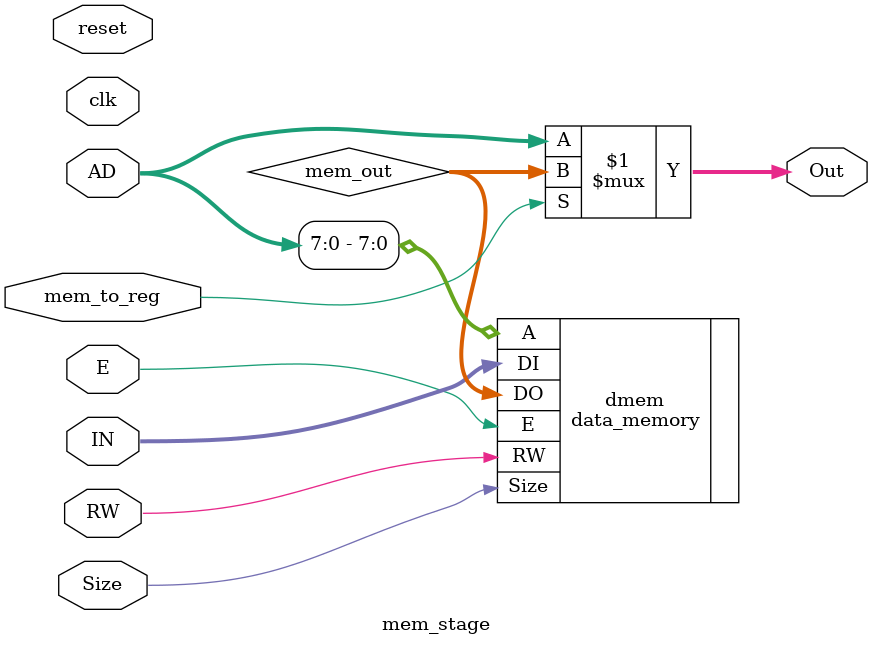
<source format=v>
module mem_stage (
    // Clock and control
    input wire clk,
    input wire reset,
    
    // Control signals
    input wire E,              // Memory enable
    input wire RW,             // Read/Write control
    input wire Size,           // Byte/Word selection
    input wire mem_to_reg,     // MUX select for output
    
    // Data inputs
    input wire [31:0] AD,      // Address from ALU
    input wire [31:0] IN,      // Data to write
    
    // Output
    output wire [31:0] Out     // Final stage output
);

    // Internal wire for memory output
    wire [31:0] mem_out;

    // Data memory instance
    data_memory dmem (
        .DO(mem_out),          // Data output
        .DI(IN),              // Data input
        .A(AD[7:0]),         // Address (8-bit)
        .Size(Size),         // Size control
        .RW(RW),             // Read/Write control
        .E(E)                // Enable signal
    );

    // Output multiplexer (select between memory output and ALU result)
    assign Out = mem_to_reg ? mem_out : AD;

endmodule
</source>
